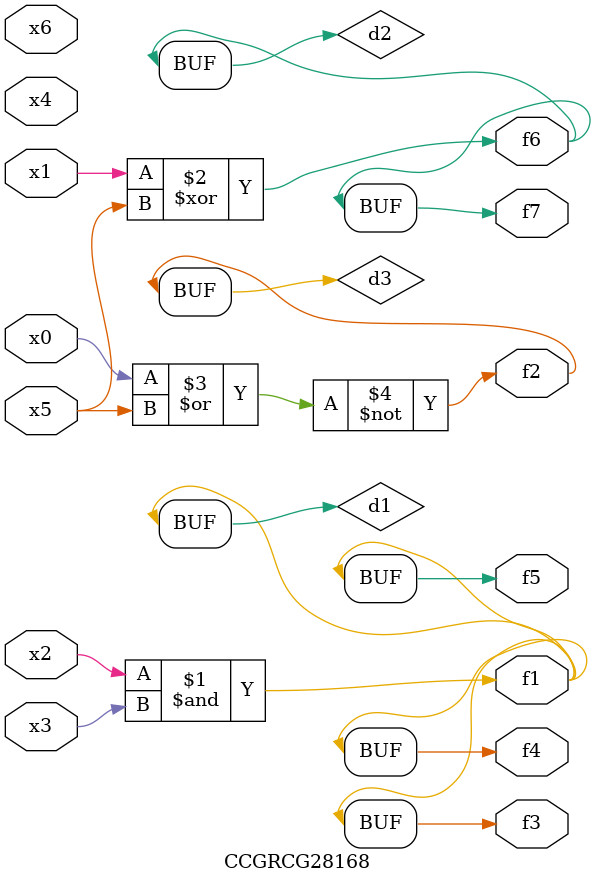
<source format=v>
module CCGRCG28168(
	input x0, x1, x2, x3, x4, x5, x6,
	output f1, f2, f3, f4, f5, f6, f7
);

	wire d1, d2, d3;

	and (d1, x2, x3);
	xor (d2, x1, x5);
	nor (d3, x0, x5);
	assign f1 = d1;
	assign f2 = d3;
	assign f3 = d1;
	assign f4 = d1;
	assign f5 = d1;
	assign f6 = d2;
	assign f7 = d2;
endmodule

</source>
